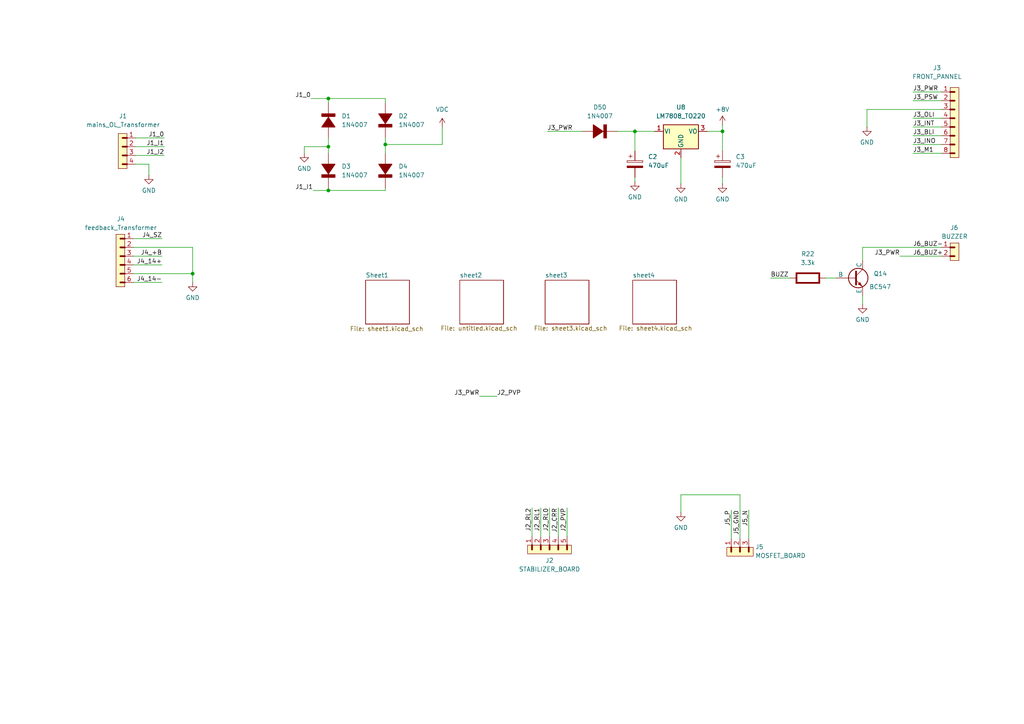
<source format=kicad_sch>
(kicad_sch (version 20250114) (generator "eeschema") (generator_version "9.0")
  (paper "A4")
  (lib_symbols
    (symbol "Device:C_Polarized" (pin_numbers (hide yes)) (pin_names (offset 0.254))
      (property "Reference" "C" (at 0.635 2.54 0))
      (property "Value" "C_Polarized" (at 0.635 -2.54 0))
      (symbol "C_Polarized_0_1"
        (rectangle (start -2.286 0.508) (end 2.286 1.016))
        (polyline (pts (xy -1.778 2.286) (xy -0.762 2.286)))
        (polyline (pts (xy -1.27 2.794) (xy -1.27 1.778)))
        (rectangle (start 2.286 -0.508) (end -2.286 -1.016) (fill (type outline)))
      )
      (symbol "C_Polarized_1_1"
        (pin passive line (at 0 3.81 270) (length 2.794) (name "~") (number "1"))
        (pin passive line (at 0 -3.81 90) (length 2.794) (name "~") (number "2"))
      )
    )
    (symbol "PCM_Elektuur:D" (pin_numbers (hide yes)) (pin_names (offset 0) (hide yes))
      (property "Reference" "D" (at 0.635 3.175 0))
      (property "Value" "${SIM.PARAMS}" (at 0.635 -3.175 0))
      (symbol "D_1_0"
        (pin passive line (at 0 5.08 270) (length 3.175) (name "A+") (number "2"))
        (pin passive line (at 0 -5.08 90) (length 3.175) (name "K-") (number "1"))
      )
      (symbol "D_1_1"
        (polyline (pts (xy -1.905 -1.905) (xy 1.905 -1.905) (xy 1.905 -1.143) (xy 0 -1.143) (xy 0 -0.889) (xy 1.905 1.905) (xy -1.905 1.905) (xy 0 -0.889) (xy 0 -1.143) (xy -1.905 -1.143) (xy -1.905 -1.905)) (stroke (width 0.254)) (fill (type outline)))
      )
      (symbol "D_1_2"
        (polyline (pts (xy -0.127 -1.905) (xy 1.905 -1.905) (xy 1.905 -1.143) (xy 0 -1.143) (xy 0 -0.889) (xy 1.905 1.905) (xy -0.0254 1.905) (xy -0.9652 0.5334) (xy 0 -0.889) (xy 0 -1.143) (xy -0.127 -1.143) (xy -0.127 -1.905)) (stroke (width 0.254)) (fill (type outline)))
      )
    )
    (symbol "PCM_Elektuur:R" (pin_numbers (hide yes)) (pin_names (offset 0) (hide yes))
      (property "Reference" "R" (at 2.54 3.175 0))
      (property "Value" "R" (at 0 0 90))
      (symbol "R_1_1"
        (polyline (pts (xy -1.524 -3.429) (xy 1.524 -3.429) (xy 1.524 3.429) (xy -1.524 3.429) (xy -1.524 -3.429) (xy -1.27 -3.175) (xy -1.27 3.175) (xy 1.27 3.175) (xy 1.27 -3.175) (xy -1.27 -3.175) (xy -1.524 -3.429)) (stroke (width 0.254)) (fill (type outline)))
        (pin passive line (at 0 5.08 270) (length 1.651) (name "+") (number "1"))
        (pin passive line (at 0 -5.08 90) (length 1.651) (name "-") (number "2"))
      )
      (symbol "R_1_2"
        (polyline (pts (xy -0.508 -3.429) (xy 1.524 -3.429) (xy 1.524 3.429) (xy -0.508 3.429) (xy -0.508 3.175) (xy 1.27 3.175) (xy 1.27 -3.175) (xy -0.508 -3.175) (xy -0.508 -3.429)) (stroke (width 0.254)) (fill (type outline)))
        (pin passive line (at 0 5.08 270) (length 1.651) (name "+") (number "1"))
        (pin passive line (at 0 -5.08 90) (length 1.651) (name "-") (number "2"))
      )
      (symbol "R_1_3"
        (polyline (pts (xy 0 3.4798) (xy 0 3.2004) (xy 0.7112 2.794) (xy -1.1938 1.6764) (xy 0.7112 0.5588) (xy -1.1938 -0.5588) (xy 0.7112 -1.6764) (xy -1.1938 -2.794) (xy 0 -3.4798) (xy 0 -3.2004) (xy -0.7112 -2.794) (xy 1.1938 -1.6764) (xy -0.7112 -0.5588) (xy 1.1938 0.5588) (xy -0.7112 1.6764) (xy 1.1938 2.794) (xy 0 3.4798)) (stroke (width 0.254)) (fill (type outline)))
        (pin passive line (at 0 5.08 270) (length 1.6002) (name "+") (number "1"))
        (pin passive line (at 0 -5.08 90) (length 1.6002) (name "-") (number "2"))
      )
      (symbol "R_1_4"
        (polyline (pts (xy 0 4.5466) (xy 0 4.2672) (xy 0.0508 4.2418) (xy 1.016 3.683) (xy -1.524 2.2098) (xy 1.016 0.7366) (xy -1.524 -0.7366) (xy 1.016 -2.2098) (xy -1.524 -3.683) (xy -0.0762 -4.5212) (xy 0 -4.5466) (xy 0 -4.2672) (xy -0.0508 -4.2418) (xy -1.016 -3.683) (xy 1.524 -2.2098) (xy -1.016 -0.7366) (xy 1.524 0.7366) (xy -1.016 2.2098) (xy 1.524 3.683) (xy 0.0762 4.5212) (xy 0 4.5466)) (stroke (width 0.254)) (fill (type outline)))
        (pin passive line (at 0 5.08 270) (length 0.5334) (name "+") (number "1"))
        (pin passive line (at 0 -5.08 90) (length 0.5334) (name "-") (number "2"))
      )
    )
    (symbol "PCM_SL_Pin_Headers:PINHD_1x2_Male"
      (property "Reference" "J" (at 0 6.35 0))
      (property "Value" "PINHD_1x2_Male" (at 0 3.81 0))
      (symbol "PINHD_1x2_Male_0_1"
        (rectangle (start -1.27 2.54) (end 1.27 -2.54) (fill (type background)))
        (polyline (pts (xy -1.27 1.27) (xy 0 1.27)) (stroke (width 0.3)))
        (polyline (pts (xy -1.27 1.27) (xy 0 1.27)) (stroke (width 0.5)))
        (polyline (pts (xy -1.27 -1.27) (xy 0 -1.27)) (stroke (width 0.3)))
        (polyline (pts (xy -1.27 -1.27) (xy 0 -1.27)) (stroke (width 0.5)))
      )
      (symbol "PINHD_1x2_Male_1_1"
        (pin passive line (at -3.81 1.27 0) (length 2.54) (name "") (number "1"))
        (pin passive line (at -3.81 -1.27 0) (length 2.54) (name "") (number "2"))
      )
    )
    (symbol "PCM_SL_Pin_Headers:PINHD_1x3_Male"
      (property "Reference" "J" (at 0 7.62 0))
      (property "Value" "PINHD_1x3_Male" (at 0 5.08 0))
      (symbol "PINHD_1x3_Male_0_1"
        (rectangle (start -1.27 3.81) (end 1.27 -3.81) (fill (type background)))
        (polyline (pts (xy -1.27 2.54) (xy 0 2.54)) (stroke (width 0.3)))
        (polyline (pts (xy -1.27 2.54) (xy 0 2.54)) (stroke (width 0.5)))
        (polyline (pts (xy -1.27 0) (xy 0 0)) (stroke (width 0.3)))
        (polyline (pts (xy -1.27 0) (xy 0 0)) (stroke (width 0.5)))
        (polyline (pts (xy -1.27 -2.54) (xy 0 -2.54)) (stroke (width 0.3)))
        (polyline (pts (xy -1.27 -2.54) (xy 0 -2.54)) (stroke (width 0.5)))
      )
      (symbol "PINHD_1x3_Male_1_1"
        (pin passive line (at -3.81 2.54 0) (length 2.54) (name "") (number "1"))
        (pin passive line (at -3.81 0 0) (length 2.54) (name "") (number "2"))
        (pin passive line (at -3.81 -2.54 0) (length 2.54) (name "") (number "3"))
      )
    )
    (symbol "PCM_SL_Pin_Headers:PINHD_1x4_Male"
      (property "Reference" "J" (at 0 8.89 0))
      (property "Value" "PINHD_1x4_Male" (at 0 6.35 0))
      (symbol "PINHD_1x4_Male_0_1"
        (rectangle (start -1.27 5.08) (end 1.27 -5.08) (fill (type background)))
        (polyline (pts (xy -1.27 3.81) (xy 0 3.81)) (stroke (width 0.3)))
        (polyline (pts (xy -1.27 3.81) (xy 0 3.81)) (stroke (width 0.5)))
        (polyline (pts (xy -1.27 1.27) (xy 0 1.27)) (stroke (width 0.3)))
        (polyline (pts (xy -1.27 1.27) (xy 0 1.27)) (stroke (width 0.5)))
        (polyline (pts (xy -1.27 -1.27) (xy 0 -1.27)) (stroke (width 0.3)))
        (polyline (pts (xy -1.27 -1.27) (xy 0 -1.27)) (stroke (width 0.5)))
        (polyline (pts (xy -1.27 -3.81) (xy 0 -3.81)) (stroke (width 0.3)))
        (polyline (pts (xy -1.27 -3.81) (xy 0 -3.81)) (stroke (width 0.5)))
      )
      (symbol "PINHD_1x4_Male_1_1"
        (pin passive line (at -3.81 3.81 0) (length 2.54) (name "") (number "1"))
        (pin passive line (at -3.81 1.27 0) (length 2.54) (name "") (number "2"))
        (pin passive line (at -3.81 -1.27 0) (length 2.54) (name "") (number "3"))
        (pin passive line (at -3.81 -3.81 0) (length 2.54) (name "") (number "4"))
      )
    )
    (symbol "PCM_SL_Pin_Headers:PINHD_1x5_Male"
      (property "Reference" "J" (at 0 10.16 0))
      (property "Value" "PINHD_1x5_Male" (at 0 7.62 0))
      (symbol "PINHD_1x5_Male_0_1"
        (rectangle (start -1.27 6.35) (end 1.27 -6.35) (fill (type background)))
        (polyline (pts (xy -1.27 5.08) (xy 0 5.08)) (stroke (width 0.3)))
        (polyline (pts (xy -1.27 5.08) (xy 0 5.08)) (stroke (width 0.5)))
        (polyline (pts (xy -1.27 2.54) (xy 0 2.54)) (stroke (width 0.3)))
        (polyline (pts (xy -1.27 2.54) (xy 0 2.54)) (stroke (width 0.5)))
        (polyline (pts (xy -1.27 0) (xy 0 0)) (stroke (width 0.3)))
        (polyline (pts (xy -1.27 0) (xy 0 0)) (stroke (width 0.5)))
        (polyline (pts (xy -1.27 -2.54) (xy 0 -2.54)) (stroke (width 0.3)))
        (polyline (pts (xy -1.27 -2.54) (xy 0 -2.54)) (stroke (width 0.5)))
        (polyline (pts (xy -1.27 -5.08) (xy 0 -5.08)) (stroke (width 0.3)))
        (polyline (pts (xy -1.27 -5.08) (xy 0 -5.08)) (stroke (width 0.5)))
      )
      (symbol "PINHD_1x5_Male_1_1"
        (pin passive line (at -3.81 5.08 0) (length 2.54) (name "") (number "1"))
        (pin passive line (at -3.81 2.54 0) (length 2.54) (name "") (number "2"))
        (pin passive line (at -3.81 0 0) (length 2.54) (name "") (number "3"))
        (pin passive line (at -3.81 -2.54 0) (length 2.54) (name "") (number "4"))
        (pin passive line (at -3.81 -5.08 0) (length 2.54) (name "") (number "5"))
      )
    )
    (symbol "PCM_SL_Pin_Headers:PINHD_1x6_Male"
      (property "Reference" "J" (at 0 11.43 0))
      (property "Value" "PINHD_1x6_Male" (at 0 8.89 0))
      (symbol "PINHD_1x6_Male_0_1"
        (rectangle (start -1.27 7.62) (end 1.27 -7.62) (fill (type background)))
        (polyline (pts (xy -1.27 6.35) (xy 0 6.35)) (stroke (width 0.3)))
        (polyline (pts (xy -1.27 6.35) (xy 0 6.35)) (stroke (width 0.5)))
        (polyline (pts (xy -1.27 3.81) (xy 0 3.81)) (stroke (width 0.3)))
        (polyline (pts (xy -1.27 3.81) (xy 0 3.81)) (stroke (width 0.5)))
        (polyline (pts (xy -1.27 1.27) (xy 0 1.27)) (stroke (width 0.3)))
        (polyline (pts (xy -1.27 1.27) (xy 0 1.27)) (stroke (width 0.5)))
        (polyline (pts (xy -1.27 -1.27) (xy 0 -1.27)) (stroke (width 0.3)))
        (polyline (pts (xy -1.27 -1.27) (xy 0 -1.27)) (stroke (width 0.5)))
        (polyline (pts (xy -1.27 -3.81) (xy 0 -3.81)) (stroke (width 0.3)))
        (polyline (pts (xy -1.27 -3.81) (xy 0 -3.81)) (stroke (width 0.5)))
        (polyline (pts (xy -1.27 -6.35) (xy 0 -6.35)) (stroke (width 0.3)))
        (polyline (pts (xy -1.27 -6.35) (xy 0 -6.35)) (stroke (width 0.5)))
      )
      (symbol "PINHD_1x6_Male_1_1"
        (pin passive line (at -3.81 6.35 0) (length 2.54) (name "") (number "1"))
        (pin passive line (at -3.81 3.81 0) (length 2.54) (name "") (number "2"))
        (pin passive line (at -3.81 1.27 0) (length 2.54) (name "") (number "3"))
        (pin passive line (at -3.81 -1.27 0) (length 2.54) (name "") (number "4"))
        (pin passive line (at -3.81 -3.81 0) (length 2.54) (name "") (number "5"))
        (pin passive line (at -3.81 -6.35 0) (length 2.54) (name "") (number "6"))
      )
    )
    (symbol "PCM_SL_Pin_Headers:PINHD_1x8_Male"
      (property "Reference" "J" (at 0 13.97 0))
      (property "Value" "PINHD_1x8_Male" (at 0 11.43 0))
      (symbol "PINHD_1x8_Male_0_1"
        (rectangle (start -1.27 10.16) (end 1.27 -10.16) (fill (type background)))
        (polyline (pts (xy -1.27 8.89) (xy 0 8.89)) (stroke (width 0.3)))
        (polyline (pts (xy -1.27 8.89) (xy 0 8.89)) (stroke (width 0.5)))
        (polyline (pts (xy -1.27 6.35) (xy 0 6.35)) (stroke (width 0.3)))
        (polyline (pts (xy -1.27 6.35) (xy 0 6.35)) (stroke (width 0.5)))
        (polyline (pts (xy -1.27 3.81) (xy 0 3.81)) (stroke (width 0.3)))
        (polyline (pts (xy -1.27 3.81) (xy 0 3.81)) (stroke (width 0.5)))
        (polyline (pts (xy -1.27 1.27) (xy 0 1.27)) (stroke (width 0.3)))
        (polyline (pts (xy -1.27 1.27) (xy 0 1.27)) (stroke (width 0.5)))
        (polyline (pts (xy -1.27 -1.27) (xy 0 -1.27)) (stroke (width 0.3)))
        (polyline (pts (xy -1.27 -1.27) (xy 0 -1.27)) (stroke (width 0.5)))
        (polyline (pts (xy -1.27 -3.81) (xy 0 -3.81)) (stroke (width 0.3)))
        (polyline (pts (xy -1.27 -3.81) (xy 0 -3.81)) (stroke (width 0.5)))
        (polyline (pts (xy -1.27 -6.35) (xy 0 -6.35)) (stroke (width 0.3)))
        (polyline (pts (xy -1.27 -6.35) (xy 0 -6.35)) (stroke (width 0.5)))
        (polyline (pts (xy -1.27 -8.89) (xy 0 -8.89)) (stroke (width 0.3)))
        (polyline (pts (xy -1.27 -8.89) (xy 0 -8.89)) (stroke (width 0.5)))
      )
      (symbol "PINHD_1x8_Male_1_1"
        (pin passive line (at -3.81 8.89 0) (length 2.54) (name "") (number "1"))
        (pin passive line (at -3.81 6.35 0) (length 2.54) (name "") (number "2"))
        (pin passive line (at -3.81 3.81 0) (length 2.54) (name "") (number "3"))
        (pin passive line (at -3.81 1.27 0) (length 2.54) (name "") (number "4"))
        (pin passive line (at -3.81 -1.27 0) (length 2.54) (name "") (number "5"))
        (pin passive line (at -3.81 -3.81 0) (length 2.54) (name "") (number "6"))
        (pin passive line (at -3.81 -6.35 0) (length 2.54) (name "") (number "7"))
        (pin passive line (at -3.81 -8.89 0) (length 2.54) (name "") (number "8"))
      )
    )
    (symbol "Regulator_Linear:LM7808_TO220" (pin_names (offset 0.254))
      (property "Reference" "U" (at -3.81 3.175 0))
      (property "Value" "LM7808_TO220" (at 0 3.175 0))
      (symbol "LM7808_TO220_0_1"
        (rectangle (start -5.08 1.905) (end 5.08 -5.08) (stroke (width 0.254)) (fill (type background)))
      )
      (symbol "LM7808_TO220_1_1"
        (pin power_in line (at -7.62 0 0) (length 2.54) (name "VI") (number "1"))
        (pin power_in line (at 0 -7.62 90) (length 2.54) (name "GND") (number "2"))
        (pin power_out line (at 7.62 0 180) (length 2.54) (name "VO") (number "3"))
      )
    )
    (symbol "Simulation_SPICE:NPN" (pin_numbers (hide yes)) (pin_names (offset 0))
      (property "Reference" "Q" (at -2.54 7.62 0))
      (property "Value" "NPN" (at -2.54 5.08 0))
      (symbol "NPN_0_1"
        (polyline (pts (xy -2.54 0) (xy 0.635 0)) (stroke (width 0.1524)))
        (polyline (pts (xy 0.635 1.905) (xy 0.635 -1.905) (xy 0.635 -1.905)) (stroke (width 0.508)))
        (polyline (pts (xy 0.635 0.635) (xy 2.54 2.54)))
        (polyline (pts (xy 0.635 -0.635) (xy 2.54 -2.54) (xy 2.54 -2.54)))
        (circle (center 1.27 0) (radius 2.8194) (stroke (width 0.254)))
        (polyline (pts (xy 1.27 -1.778) (xy 1.778 -1.27) (xy 2.286 -2.286) (xy 1.27 -1.778) (xy 1.27 -1.778)) (fill (type outline)))
        (polyline (pts (xy 2.794 -1.27) (xy 2.794 -1.27)) (stroke (width 0.1524)))
        (polyline (pts (xy 2.794 -1.27) (xy 2.794 -1.27)) (stroke (width 0.1524)))
      )
      (symbol "NPN_1_1"
        (pin input line (at -5.08 0 0) (length 2.54) (name "B") (number "2"))
        (pin open_collector line (at 2.54 5.08 270) (length 2.54) (name "C") (number "1"))
        (pin open_emitter line (at 2.54 -5.08 90) (length 2.54) (name "E") (number "3"))
      )
    )
    (symbol "power:+8V" (power) (pin_numbers (hide yes)) (pin_names (offset 0) (hide yes))
      (property "Value" "+8V" (at 0 3.556 0))
      (symbol "+8V_0_1"
        (polyline (pts (xy -0.762 1.27) (xy 0 2.54)))
        (polyline (pts (xy 0 2.54) (xy 0.762 1.27)))
        (polyline (pts (xy 0 0) (xy 0 2.54)))
      )
      (symbol "+8V_1_1"
        (pin power_in line (at 0 0 90) (length 0) (name "~") (number "1"))
      )
    )
    (symbol "power:GND" (power) (pin_numbers (hide yes)) (pin_names (offset 0) (hide yes))
      (property "Value" "GND" (at 0 -3.81 0))
      (symbol "GND_0_1"
        (polyline (pts (xy 0 0) (xy 0 -1.27) (xy 1.27 -1.27) (xy 0 -2.54) (xy -1.27 -1.27) (xy 0 -1.27)))
      )
      (symbol "GND_1_1"
        (pin power_in line (at 0 0 270) (length 0) (name "~") (number "1"))
      )
    )
    (symbol "power:VDC" (power) (pin_numbers (hide yes)) (pin_names (offset 0) (hide yes))
      (property "Value" "VDC" (at 0 3.556 0))
      (symbol "VDC_0_1"
        (polyline (pts (xy -0.762 1.27) (xy 0 2.54)))
        (polyline (pts (xy 0 2.54) (xy 0.762 1.27)))
        (polyline (pts (xy 0 0) (xy 0 2.54)))
      )
      (symbol "VDC_1_1"
        (pin power_in line (at 0 0 90) (length 0) (name "~") (number "1"))
      )
    )
  )
  (junction (at 95.25 42.545))
  (junction (at 95.25 28.575))
  (junction (at 184.15 38.1))
  (junction (at 95.25 55.245))
  (junction (at 209.55 38.1))
  (junction (at 111.76 41.91))
  (junction (at 55.88 79.375))
  (wire (pts (xy 164.465 155.575) (xy 164.465 147.32)))
  (wire (pts (xy 273.05 29.21) (xy 264.795 29.21)))
  (wire (pts (xy 111.76 41.91) (xy 111.76 44.45)))
  (wire (pts (xy 251.46 36.83) (xy 251.46 31.75)))
  (wire (pts (xy 223.52 80.645) (xy 229.235 80.645)))
  (wire (pts (xy 39.37 42.545) (xy 47.625 42.545)))
  (wire (pts (xy 250.19 75.565) (xy 250.19 71.755)))
  (wire (pts (xy 39.37 40.005) (xy 47.625 40.005)))
  (wire (pts (xy 154.305 155.575) (xy 154.305 147.32)))
  (wire (pts (xy 161.925 155.575) (xy 161.925 147.32)))
  (wire (pts (xy 128.27 41.91) (xy 111.76 41.91)))
  (wire (pts (xy 38.735 69.215) (xy 46.99 69.215)))
  (wire (pts (xy 88.265 44.45) (xy 88.265 42.545)))
  (wire (pts (xy 184.15 38.1) (xy 184.15 43.815)))
  (wire (pts (xy 239.395 80.645) (xy 242.57 80.645)))
  (wire (pts (xy 179.07 38.1) (xy 184.15 38.1)))
  (wire (pts (xy 273.05 26.67) (xy 264.795 26.67)))
  (wire (pts (xy 111.76 40.005) (xy 111.76 41.91)))
  (wire (pts (xy 250.19 71.755) (xy 273.05 71.755)))
  (wire (pts (xy 39.37 47.625) (xy 43.18 47.625)))
  (wire (pts (xy 197.485 143.51) (xy 197.485 148.59)))
  (wire (pts (xy 158.75 38.1) (xy 168.91 38.1)))
  (wire (pts (xy 111.76 55.245) (xy 111.76 54.61)))
  (wire (pts (xy 209.55 38.1) (xy 209.55 43.815)))
  (wire (pts (xy 95.25 28.575) (xy 111.76 28.575)))
  (wire (pts (xy 139.065 114.935) (xy 144.145 114.935)))
  (wire (pts (xy 55.88 71.755) (xy 55.88 79.375)))
  (wire (pts (xy 209.55 51.435) (xy 209.55 53.34)))
  (wire (pts (xy 38.735 76.835) (xy 46.99 76.835)))
  (wire (pts (xy 38.735 71.755) (xy 55.88 71.755)))
  (wire (pts (xy 260.985 74.295) (xy 273.05 74.295)))
  (wire (pts (xy 95.25 54.61) (xy 95.25 55.245)))
  (wire (pts (xy 217.17 156.21) (xy 217.17 147.955)))
  (wire (pts (xy 43.18 50.8) (xy 43.18 47.625)))
  (wire (pts (xy 197.485 143.51) (xy 214.63 143.51)))
  (wire (pts (xy 212.09 156.21) (xy 212.09 147.955)))
  (wire (pts (xy 273.05 34.29) (xy 264.795 34.29)))
  (wire (pts (xy 90.805 55.245) (xy 95.25 55.245)))
  (wire (pts (xy 95.25 40.005) (xy 95.25 42.545)))
  (wire (pts (xy 250.19 85.725) (xy 250.19 88.265)))
  (wire (pts (xy 273.05 41.91) (xy 264.795 41.91)))
  (wire (pts (xy 38.735 79.375) (xy 55.88 79.375)))
  (wire (pts (xy 128.27 36.83) (xy 128.27 41.91)))
  (wire (pts (xy 111.76 28.575) (xy 111.76 29.845)))
  (wire (pts (xy 184.15 51.435) (xy 184.15 52.705)))
  (wire (pts (xy 251.46 31.75) (xy 273.05 31.75)))
  (wire (pts (xy 209.55 38.1) (xy 205.105 38.1)))
  (wire (pts (xy 273.05 36.83) (xy 264.795 36.83)))
  (wire (pts (xy 88.265 42.545) (xy 95.25 42.545)))
  (wire (pts (xy 273.05 44.45) (xy 264.795 44.45)))
  (wire (pts (xy 55.88 81.915) (xy 55.88 79.375)))
  (wire (pts (xy 38.735 74.295) (xy 46.99 74.295)))
  (wire (pts (xy 38.735 81.915) (xy 46.99 81.915)))
  (wire (pts (xy 197.485 45.72) (xy 197.485 53.34)))
  (wire (pts (xy 95.25 42.545) (xy 95.25 44.45)))
  (wire (pts (xy 214.63 143.51) (xy 214.63 156.21)))
  (wire (pts (xy 95.25 29.845) (xy 95.25 28.575)))
  (wire (pts (xy 39.37 45.085) (xy 47.625 45.085)))
  (wire (pts (xy 189.865 38.1) (xy 184.15 38.1)))
  (wire (pts (xy 209.55 36.195) (xy 209.55 38.1)))
  (wire (pts (xy 95.25 55.245) (xy 111.76 55.245)))
  (wire (pts (xy 159.385 155.575) (xy 159.385 147.32)))
  (wire (pts (xy 273.05 39.37) (xy 264.795 39.37)))
  (wire (pts (xy 156.845 155.575) (xy 156.845 147.32)))
  (wire (pts (xy 90.17 28.575) (xy 95.25 28.575)))
  (label "J2_RL0" (at 159.385 147.32 270))
  (label "J3_PWR" (at 139.065 114.935 180))
  (label "J1_0" (at 47.625 40.005 180))
  (label "J2_RL1" (at 156.845 147.32 270))
  (label "J4_SZ" (at 46.99 69.215 180))
  (label "J5_N" (at 217.17 147.955 270))
  (label "J5_GND" (at 214.63 147.955 270))
  (label "J1_I2" (at 47.625 45.085 180))
  (label "J3_PSW" (at 264.795 29.21 0))
  (label "J2_PVP" (at 164.465 147.32 270))
  (label "J2_RL2" (at 154.305 147.32 270))
  (label "J4_14+" (at 46.99 76.835 180))
  (label "J6_BUZ+" (at 264.795 74.295 0))
  (label "J5_P" (at 212.09 147.955 270))
  (label "J1_I1" (at 47.625 42.545 180))
  (label "J3_PWR" (at 158.75 38.1 0))
  (label "J3_PWR" (at 264.795 26.67 0))
  (label "BUZZ" (at 223.52 80.645 0))
  (label "J3_INT" (at 264.795 36.83 0))
  (label "J4_+B" (at 46.99 74.295 180))
  (label "J2_PVP" (at 144.145 114.935 0))
  (label "J3_INO" (at 264.795 41.91 0))
  (label "J4_14-" (at 46.99 81.915 180))
  (label "J3_OLI" (at 264.795 34.29 0))
  (label "J6_BUZ-" (at 264.795 71.755 0))
  (label "J1_0" (at 90.17 28.575 180))
  (label "J2_CRR" (at 161.925 147.32 270))
  (label "J1_I1" (at 90.805 55.245 180))
  (label "J3_BLI" (at 264.795 39.37 0))
  (label "J3_PWR" (at 260.985 74.295 180))
  (label "J3_M1" (at 264.795 44.45 0))
  (symbol (lib_id "PCM_Elektuur:D") (at 111.76 34.925 0) (unit 1)
    (property "Reference" "D2" (at 115.57 33.6549 0) (effects (justify left)))
    (property "Value" "1N4007" (at 115.57 36.1949 0) (effects (justify left)))
    (property "Description" "semiconductor diode" (effects (hide yes)))
    (property "Sim.Pins" "2=1 1=2" (effects (hide yes)))
    (property "Sim.Device" "SPICE" (effects (hide yes)))
    (property "Sim.Params" "type=\"\" model=\"D\" lib=\"semiconductor.lib\"" (effects (hide yes)))
    (property "Rating" "V/A" (effects (hide yes)))
  )
  (symbol (lib_id "PCM_SL_Pin_Headers:PINHD_1x3_Male") (at 214.63 160.02 90) (mirror x) (unit 1)
    (property "Reference" "J5" (at 219.075 158.6249 90) (effects (justify right)))
    (property "Value" "MOSFET_BOARD" (at 219.075 161.1649 90) (effects (justify right)))
    (property "Footprint" "Connector_PinHeader_2.54mm:PinHeader_1x03_P2.54mm_Vertical" (effects (hide yes)))
    (property "Description" "Pin Header male with pin space 2.54mm. Pin Count -3" (effects (hide yes)))
  )
  (symbol (lib_id "power:GND") (at 197.485 53.34 0) (unit 1)
    (property "Reference" "#PWR04" (effects (hide yes)))
    (property "Value" "GND" (at 197.485 57.785 0))
    (property "Description" "Power symbol creates a global label with name \"GND\" , ground" (effects (hide yes)))
  )
  (symbol (lib_id "power:GND") (at 209.55 53.34 0) (unit 1)
    (property "Reference" "#PWR010" (effects (hide yes)))
    (property "Value" "GND" (at 209.55 57.785 0))
    (property "Description" "Power symbol creates a global label with name \"GND\" , ground" (effects (hide yes)))
  )
  (symbol (lib_id "PCM_Elektuur:D") (at 95.25 34.925 180) (unit 1)
    (property "Reference" "D1" (at 99.06 33.6549 0) (effects (justify right)))
    (property "Value" "1N4007" (at 99.06 36.1949 0) (effects (justify right)))
    (property "Description" "semiconductor diode" (effects (hide yes)))
    (property "Sim.Pins" "2=1 1=2" (effects (hide yes)))
    (property "Sim.Device" "SPICE" (effects (hide yes)))
    (property "Sim.Params" "type=\"\" model=\"D\" lib=\"semiconductor.lib\"" (effects (hide yes)))
    (property "Rating" "V/A" (effects (hide yes)))
  )
  (symbol (lib_id "PCM_SL_Pin_Headers:PINHD_1x8_Male") (at 276.86 35.56 0) (unit 1)
    (property "Reference" "J3" (at 271.78 19.685 0))
    (property "Value" "FRONT_PANNEL" (at 271.78 22.225 0))
    (property "Footprint" "Connector_PinHeader_2.54mm:PinHeader_1x08_P2.54mm_Vertical" (effects (hide yes)))
    (property "Description" "Pin Header male with pin space 2.54mm. Pin Count -8" (effects (hide yes)))
  )
  (symbol (lib_id "PCM_SL_Pin_Headers:PINHD_1x4_Male") (at 35.56 43.815 0) (mirror y) (unit 1)
    (property "Reference" "J1" (at 35.685 33.655 0))
    (property "Value" "mains_OL_Transformer" (at 35.685 36.195 0))
    (property "Footprint" "Connector_PinHeader_2.54mm:PinHeader_1x04_P2.54mm_Vertical" (effects (hide yes)))
    (property "Description" "Pin Header male with pin space 2.54mm. Pin Count -4" (effects (hide yes)))
  )
  (symbol (lib_id "power:GND") (at 250.19 88.265 0) (mirror y) (unit 1)
    (property "Reference" "#PWR021" (effects (hide yes)))
    (property "Value" "GND" (at 250.19 92.71 0))
    (property "Description" "Power symbol creates a global label with name \"GND\" , ground" (effects (hide yes)))
  )
  (symbol (lib_id "Device:C_Polarized") (at 209.55 47.625 0) (unit 1)
    (property "Reference" "C3" (at 213.36 45.4659 0) (effects (justify left)))
    (property "Value" "470uF" (at 213.36 48.0059 0) (effects (justify left)))
    (property "Description" "Polarized capacitor" (effects (hide yes)))
  )
  (symbol (lib_id "power:GND") (at 43.18 50.8 0) (unit 1)
    (property "Reference" "#PWR01" (effects (hide yes)))
    (property "Value" "GND" (at 43.18 55.245 0))
    (property "Description" "Power symbol creates a global label with name \"GND\" , ground" (effects (hide yes)))
  )
  (symbol (lib_id "power:GND") (at 88.265 44.45 0) (unit 1)
    (property "Reference" "#PWR069" (effects (hide yes)))
    (property "Value" "GND" (at 88.265 48.895 0))
    (property "Description" "Power symbol creates a global label with name \"GND\" , ground" (effects (hide yes)))
  )
  (symbol (lib_id "power:GND") (at 55.88 81.915 0) (unit 1)
    (property "Reference" "#PWR087" (effects (hide yes)))
    (property "Value" "GND" (at 55.88 86.36 0))
    (property "Description" "Power symbol creates a global label with name \"GND\" , ground" (effects (hide yes)))
  )
  (symbol (lib_id "PCM_SL_Pin_Headers:PINHD_1x6_Male") (at 34.925 75.565 0) (mirror y) (unit 1)
    (property "Reference" "J4" (at 35.05 63.5 0))
    (property "Value" "feedback_Transformer" (at 35.05 66.04 0))
    (property "Footprint" "Connector_PinHeader_2.54mm:PinHeader_1x06_P2.54mm_Vertical" (effects (hide yes)))
    (property "Description" "Pin Header male with pin space 2.54mm. Pin Count -6" (effects (hide yes)))
  )
  (symbol (lib_id "PCM_Elektuur:D") (at 95.25 49.53 0) (unit 1)
    (property "Reference" "D3" (at 99.06 48.2599 0) (effects (justify left)))
    (property "Value" "1N4007" (at 99.06 50.7999 0) (effects (justify left)))
    (property "Description" "semiconductor diode" (effects (hide yes)))
    (property "Sim.Pins" "2=1 1=2" (effects (hide yes)))
    (property "Sim.Device" "SPICE" (effects (hide yes)))
    (property "Sim.Params" "type=\"\" model=\"D\" lib=\"semiconductor.lib\"" (effects (hide yes)))
    (property "Rating" "V/A" (effects (hide yes)))
  )
  (symbol (lib_id "PCM_SL_Pin_Headers:PINHD_1x5_Male") (at 159.385 159.385 90) (mirror x) (unit 1)
    (property "Reference" "J2" (at 159.385 162.56 90))
    (property "Value" "STABILIZER_BOARD" (at 159.385 165.1 90))
    (property "Footprint" "Connector_PinHeader_2.54mm:PinHeader_1x05_P2.54mm_Vertical" (effects (hide yes)))
    (property "Description" "Pin Header male with pin space 2.54mm. Pin Count -5" (effects (hide yes)))
  )
  (symbol (lib_id "power:GND") (at 184.15 52.705 0) (unit 1)
    (property "Reference" "#PWR03" (effects (hide yes)))
    (property "Value" "GND" (at 184.15 57.15 0))
    (property "Description" "Power symbol creates a global label with name \"GND\" , ground" (effects (hide yes)))
  )
  (symbol (lib_id "Simulation_SPICE:NPN") (at 247.65 80.645 0) (unit 1)
    (property "Reference" "Q14" (at 253.365 79.3749 0) (effects (justify left)))
    (property "Value" "BC547" (at 252.095 83.185 0) (effects (justify left)))
    (property "Datasheet" "https://ngspice.sourceforge.io/docs/ngspice-html-manual/manual.xhtml#cha_BJTs" (effects (hide yes)))
    (property "Description" "Bipolar transistor symbol for simulation only, substrate tied to the emitter" (effects (hide yes)))
    (property "Sim.Device" "NPN" (effects (hide yes)))
    (property "Sim.Type" "GUMMELPOON" (effects (hide yes)))
    (property "Sim.Pins" "1=C 2=B 3=E" (effects (hide yes)))
  )
  (symbol (lib_id "power:GND") (at 197.485 148.59 0) (mirror y) (unit 1)
    (property "Reference" "#PWR0109" (effects (hide yes)))
    (property "Value" "GND" (at 197.485 153.035 0))
    (property "Description" "Power symbol creates a global label with name \"GND\" , ground" (effects (hide yes)))
  )
  (symbol (lib_id "power:VDC") (at 128.27 36.83 0) (unit 1)
    (property "Reference" "#PWR070" (effects (hide yes)))
    (property "Value" "VDC" (at 128.27 31.75 0))
    (property "Description" "Power symbol creates a global label with name \"VDC\"" (effects (hide yes)))
  )
  (symbol (lib_id "PCM_Elektuur:D") (at 111.76 49.53 0) (unit 1)
    (property "Reference" "D4" (at 115.57 48.2599 0) (effects (justify left)))
    (property "Value" "1N4007" (at 115.57 50.7999 0) (effects (justify left)))
    (property "Description" "semiconductor diode" (effects (hide yes)))
    (property "Sim.Pins" "2=1 1=2" (effects (hide yes)))
    (property "Sim.Device" "SPICE" (effects (hide yes)))
    (property "Sim.Params" "type=\"\" model=\"D\" lib=\"semiconductor.lib\"" (effects (hide yes)))
    (property "Rating" "V/A" (effects (hide yes)))
  )
  (symbol (lib_id "PCM_Elektuur:D") (at 173.99 38.1 90) (unit 1)
    (property "Reference" "D50" (at 173.99 31.115 90))
    (property "Value" "1N4007" (at 173.99 33.655 90))
    (property "Description" "semiconductor diode" (effects (hide yes)))
    (property "Sim.Pins" "2=1 1=2" (effects (hide yes)))
    (property "Sim.Device" "SPICE" (effects (hide yes)))
    (property "Sim.Params" "type=\"\" model=\"D\" lib=\"semiconductor.lib\"" (effects (hide yes)))
    (property "Rating" "V/A" (effects (hide yes)))
  )
  (symbol (lib_id "Regulator_Linear:LM7808_TO220") (at 197.485 38.1 0) (unit 1)
    (property "Reference" "U8" (at 197.485 31.115 0))
    (property "Value" "LM7808_TO220" (at 197.485 33.655 0))
    (property "Footprint" "Package_TO_SOT_THT:TO-220-3_Vertical" (effects (hide yes)))
    (property "Datasheet" "https://www.onsemi.cn/PowerSolutions/document/MC7800-D.PDF" (effects (hide yes)))
    (property "Description" "Positive 1A 35V Linear Regulator, Fixed Output 8V, TO-220" (effects (hide yes)))
  )
  (symbol (lib_id "Device:C_Polarized") (at 184.15 47.625 0) (unit 1)
    (property "Reference" "C2" (at 187.96 45.4659 0) (effects (justify left)))
    (property "Value" "470uF" (at 187.96 48.0059 0) (effects (justify left)))
    (property "Description" "Polarized capacitor" (effects (hide yes)))
  )
  (symbol (lib_id "power:GND") (at 251.46 36.83 0) (mirror y) (unit 1)
    (property "Reference" "#PWR0108" (effects (hide yes)))
    (property "Value" "GND" (at 251.46 41.275 0))
    (property "Description" "Power symbol creates a global label with name \"GND\" , ground" (effects (hide yes)))
  )
  (symbol (lib_id "PCM_SL_Pin_Headers:PINHD_1x2_Male") (at 276.86 73.025 0) (unit 1)
    (property "Reference" "J6" (at 275.59 66.04 0) (effects (justify left)))
    (property "Value" "BUZZER" (at 273.05 68.58 0) (effects (justify left)))
    (property "Footprint" "Connector_PinHeader_2.54mm:PinHeader_1x02_P2.54mm_Vertical" (effects (hide yes)))
    (property "Description" "Pin Header male with pin space 2.54mm. Pin Count -2" (effects (hide yes)))
  )
  (symbol (lib_id "PCM_Elektuur:R") (at 234.315 80.645 270) (mirror x) (unit 1)
    (property "Reference" "R22" (at 234.315 73.66 90))
    (property "Value" "3.3k" (at 234.315 76.2 90))
    (property "Description" "resistor" (effects (hide yes)))
    (property "Indicator" "+" (effects (hide yes)))
    (property "Rating" "W" (effects (hide yes)))
  )
  (symbol (lib_id "power:+8V") (at 209.55 36.195 0) (unit 1)
    (property "Reference" "#PWR09" (effects (hide yes)))
    (property "Value" "+8V" (at 209.55 31.75 0))
    (property "Description" "Power symbol creates a global label with name \"+8V\"" (effects (hide yes)))
  )
  (sheet (at 133.35 81.28) (size 12.7 12.7) (stroke (width 0.1524))
    (property "Sheetname" "sheet2" (at 133.35 80.5684 0) (effects (justify left bottom)))
    (property "Sheetfile" "untitled.kicad_sch" (at 127.762 94.488 0) (effects (justify left top)))
  )
  (sheet (at 183.515 81.28) (size 12.7 12.7) (stroke (width 0.1524))
    (property "Sheetname" "sheet4" (at 183.515 80.5684 0) (effects (justify left bottom)))
    (property "Sheetfile" "sheet4.kicad_sch" (at 179.451 94.488 0) (effects (justify left top)))
  )
  (sheet (at 106.045 81.28) (size 12.7 12.7) (stroke (width 0.1524))
    (property "Sheetname" "Sheet1" (at 106.045 80.5684 0) (effects (justify left bottom)))
    (property "Sheetfile" "sheet1.kicad_sch" (at 101.473 94.615 0) (effects (justify left top)))
  )
  (sheet (at 158.115 81.28) (size 12.7 12.7) (stroke (width 0.1524))
    (property "Sheetname" "sheet3" (at 158.115 80.5684 0) (effects (justify left bottom)))
    (property "Sheetfile" "sheet3.kicad_sch" (at 154.813 94.488 0) (effects (justify left top)))
  )
)
</source>
